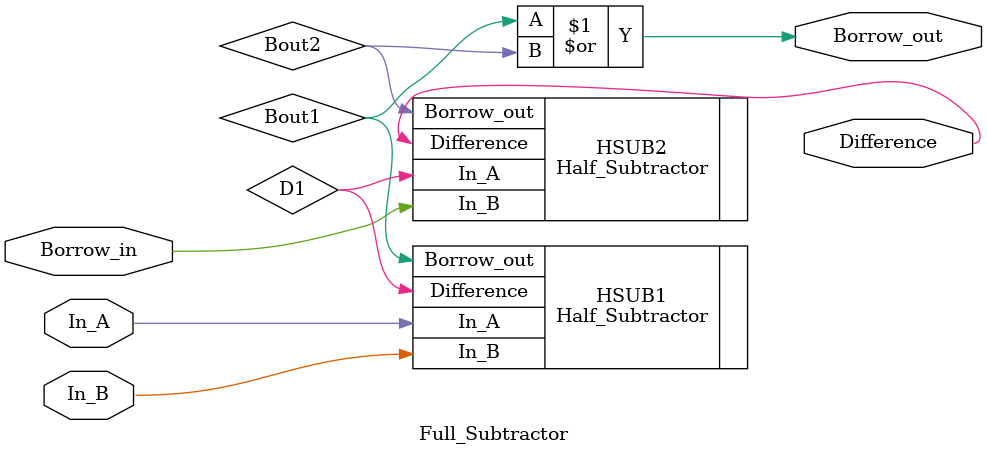
<source format=v>
`timescale 1ns / 1ps

module Full_Subtractor(
    In_A, In_B, Borrow_in, Difference, Borrow_out
    );
    input In_A, In_B, Borrow_in;
    output Difference, Borrow_out;
    wire D1, Bout1, Bout2;
    
    // implement full subtractor circuit, your code starts from here.
    // use half subtractor in this module, fulfill I/O ports connection.
    Half_Subtractor HSUB1 (
        .In_A(In_A), 
        .In_B(In_B), 
        .Difference(D1), 
        .Borrow_out(Bout1)
    );
    
    Half_Subtractor HSUB2 (
        .In_A(D1),
        .In_B(Borrow_in),
        .Difference(Difference),
        .Borrow_out(Bout2)
    );
    
    or(Borrow_out, Bout1, Bout2);
    
endmodule

</source>
